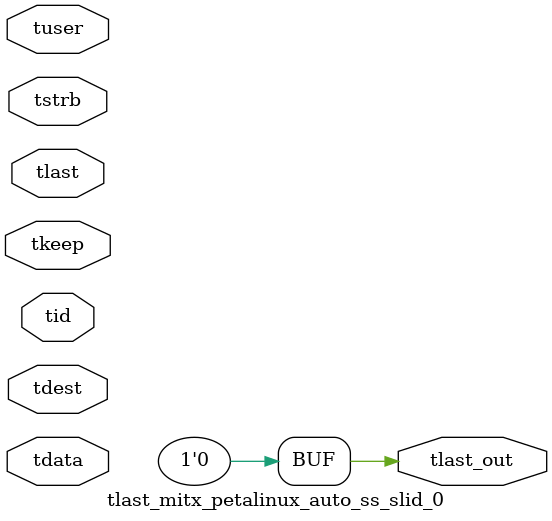
<source format=v>


`timescale 1ps/1ps

module tlast_mitx_petalinux_auto_ss_slid_0 #
(
parameter C_S_AXIS_TID_WIDTH   = 1,
parameter C_S_AXIS_TUSER_WIDTH = 0,
parameter C_S_AXIS_TDATA_WIDTH = 0,
parameter C_S_AXIS_TDEST_WIDTH = 0
)
(
input  [(C_S_AXIS_TID_WIDTH   == 0 ? 1 : C_S_AXIS_TID_WIDTH)-1:0       ] tid,
input  [(C_S_AXIS_TDATA_WIDTH == 0 ? 1 : C_S_AXIS_TDATA_WIDTH)-1:0     ] tdata,
input  [(C_S_AXIS_TUSER_WIDTH == 0 ? 1 : C_S_AXIS_TUSER_WIDTH)-1:0     ] tuser,
input  [(C_S_AXIS_TDEST_WIDTH == 0 ? 1 : C_S_AXIS_TDEST_WIDTH)-1:0     ] tdest,
input  [(C_S_AXIS_TDATA_WIDTH/8)-1:0 ] tkeep,
input  [(C_S_AXIS_TDATA_WIDTH/8)-1:0 ] tstrb,
input  [0:0]                                                             tlast,
output                                                                   tlast_out
);

assign tlast_out = {1'b0};

endmodule


</source>
